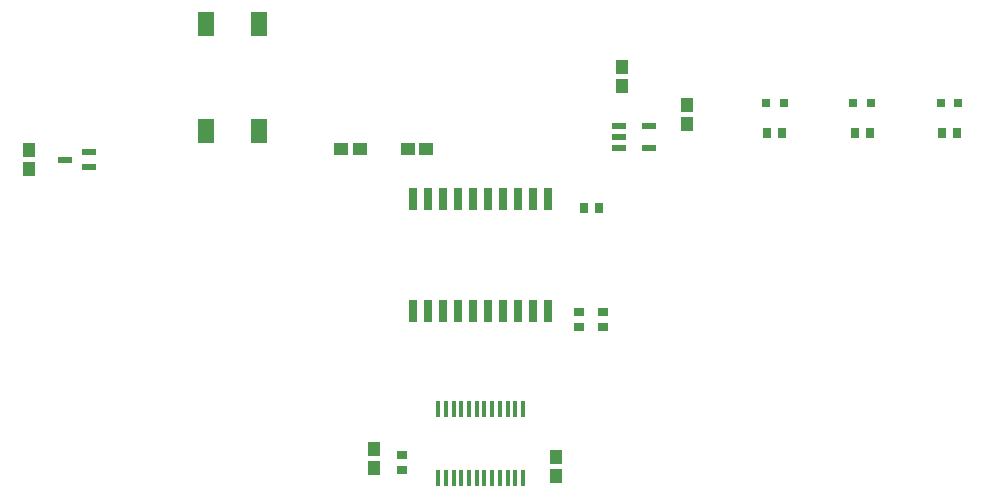
<source format=gtp>
G04*
G04 #@! TF.GenerationSoftware,Altium Limited,Altium Designer,21.9.1 (22)*
G04*
G04 Layer_Color=8421504*
%FSLAX25Y25*%
%MOIN*%
G70*
G04*
G04 #@! TF.SameCoordinates,0F29A8BA-E8F9-4293-BDD9-90E20D7A2386*
G04*
G04*
G04 #@! TF.FilePolarity,Positive*
G04*
G01*
G75*
%ADD14R,0.02559X0.07579*%
%ADD15R,0.03985X0.04758*%
%ADD16R,0.04528X0.02165*%
%ADD17R,0.03150X0.03150*%
%ADD18R,0.01772X0.05807*%
%ADD19R,0.03740X0.03150*%
%ADD20R,0.03150X0.03740*%
%ADD21R,0.04724X0.02362*%
%ADD22R,0.04758X0.03985*%
%ADD23R,0.05512X0.08268*%
D14*
X174350Y105264D02*
D03*
X179350D02*
D03*
X184350D02*
D03*
X189350D02*
D03*
X194350D02*
D03*
X199350D02*
D03*
X204350D02*
D03*
X209350D02*
D03*
X214350D02*
D03*
X219350D02*
D03*
Y68161D02*
D03*
X214350D02*
D03*
X209350D02*
D03*
X204350D02*
D03*
X199350D02*
D03*
X194350D02*
D03*
X189350D02*
D03*
X184350D02*
D03*
X179350D02*
D03*
X174350D02*
D03*
D15*
X46457Y121661D02*
D03*
Y115347D02*
D03*
X161417Y21956D02*
D03*
Y15642D02*
D03*
X265748Y130406D02*
D03*
Y136720D02*
D03*
X244094Y143005D02*
D03*
Y149318D02*
D03*
X221850Y12886D02*
D03*
Y19200D02*
D03*
D16*
X58268Y118504D02*
D03*
X66142Y121063D02*
D03*
Y115945D02*
D03*
D17*
X297835Y137500D02*
D03*
X291929D02*
D03*
X356102Y137500D02*
D03*
X350197D02*
D03*
X326969D02*
D03*
X321063D02*
D03*
D18*
X182776Y12216D02*
D03*
X185335D02*
D03*
X187894D02*
D03*
X190453D02*
D03*
X193012D02*
D03*
X195571D02*
D03*
X198130D02*
D03*
X200689D02*
D03*
X203248D02*
D03*
X205807D02*
D03*
X208366D02*
D03*
X210925D02*
D03*
Y35349D02*
D03*
X208366D02*
D03*
X205807D02*
D03*
X203248D02*
D03*
X200689D02*
D03*
X198130D02*
D03*
X195571D02*
D03*
X193012D02*
D03*
X190453D02*
D03*
X187894D02*
D03*
X185335D02*
D03*
X182776D02*
D03*
D19*
X170768Y15059D02*
D03*
Y19981D02*
D03*
X229516Y67718D02*
D03*
Y62797D02*
D03*
X237784Y67718D02*
D03*
Y62797D02*
D03*
D20*
X350689Y127264D02*
D03*
X355610D02*
D03*
X326476D02*
D03*
X321555D02*
D03*
X297342D02*
D03*
X292421D02*
D03*
X236221Y102461D02*
D03*
X231299D02*
D03*
D21*
X243110Y129823D02*
D03*
Y126083D02*
D03*
Y122343D02*
D03*
X252953D02*
D03*
Y129823D02*
D03*
D22*
X172473Y122146D02*
D03*
X178787D02*
D03*
X150379D02*
D03*
X156693D02*
D03*
D23*
X123031Y127854D02*
D03*
Y163681D02*
D03*
X105315Y127854D02*
D03*
Y163681D02*
D03*
M02*

</source>
